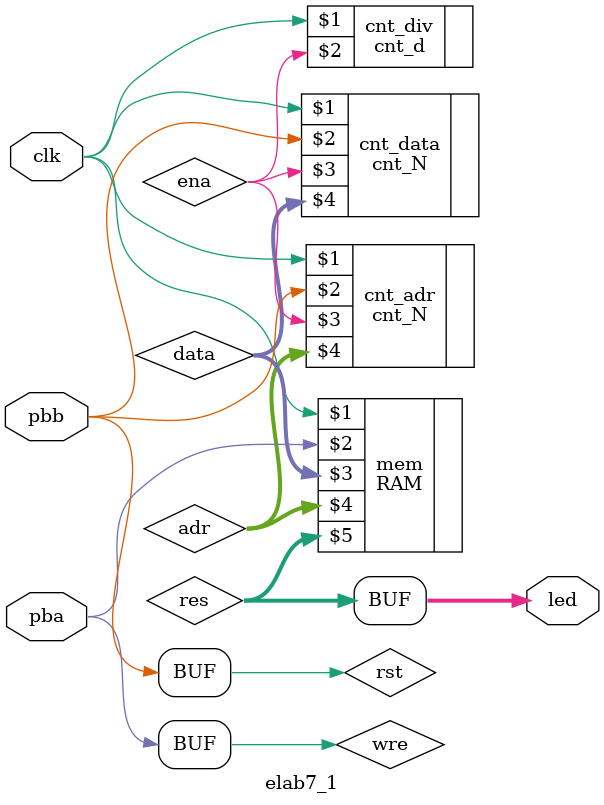
<source format=v>
module elab7_1(clk, pba, pbb, led);
parameter DIV = 3, INV = 0, data_W = 4, word_num = 16, N = 4;

(* altera_attribute = "-name IO_STANDARD \"2.5V\"", chip_pin = "23" *)
input clk;

(* altera_attribute = "-name IO_STANDARD \"2.5V\"", chip_pin = "64" *)
input pba;

(* altera_attribute = "-name IO_STANDARD \"2.5V\"", chip_pin = "58" *)
input pbb;

(* altera_attribute = "-name IO_STANDARD \"2.5V\"", chip_pin = "69, 70, 71, 72" *)
output [data_W-1:0] led;

localparam adr_W = log2(word_num);
wire wre = pba;
wire rst = pbb;
wire ena;
wire [data_W-1:0] data;
wire [adr_W-1:0] adr;
wire [data_W-1:0] res;

cnt_d	#(DIV) cnt_div(clk, ena);

cnt_N	#(data_W) cnt_data(clk, rst, ena, data);

cnt_N	#(adr_W) cnt_adr(clk, rst, ena, adr);

RAM 	#(word_num, data_W) mem(clk, wre, data, adr, res);

assign led = (INV) ? ~res : res;

function integer log2(input integer value);
   begin
      value = value - 1;
      for (log2 = 0; value > 0; log2 = log2 + 1)
			value = value >> 1;
	end
endfunction

endmodule

</source>
